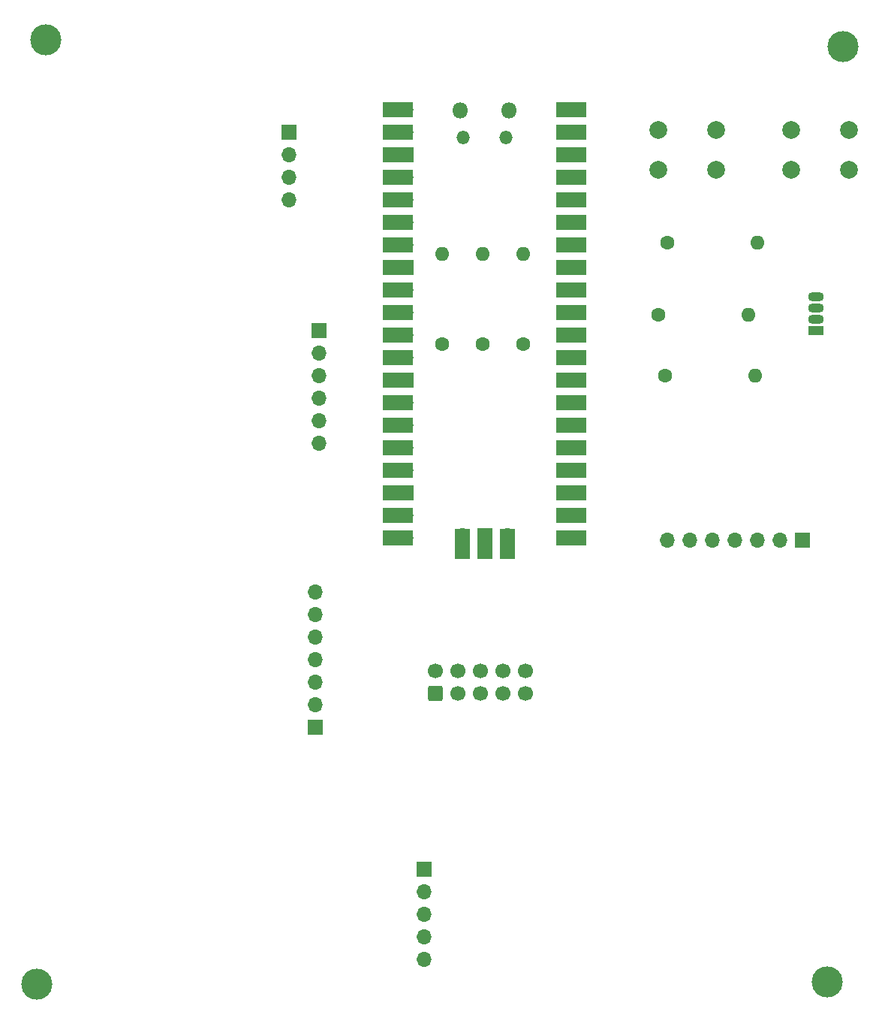
<source format=gbr>
%TF.GenerationSoftware,KiCad,Pcbnew,(6.0.1)*%
%TF.CreationDate,2022-10-25T11:35:38-03:00*%
%TF.ProjectId,Circuito esquem_tico,43697263-7569-4746-9f20-65737175656d,rev?*%
%TF.SameCoordinates,Original*%
%TF.FileFunction,Soldermask,Top*%
%TF.FilePolarity,Negative*%
%FSLAX46Y46*%
G04 Gerber Fmt 4.6, Leading zero omitted, Abs format (unit mm)*
G04 Created by KiCad (PCBNEW (6.0.1)) date 2022-10-25 11:35:38*
%MOMM*%
%LPD*%
G01*
G04 APERTURE LIST*
G04 Aperture macros list*
%AMRoundRect*
0 Rectangle with rounded corners*
0 $1 Rounding radius*
0 $2 $3 $4 $5 $6 $7 $8 $9 X,Y pos of 4 corners*
0 Add a 4 corners polygon primitive as box body*
4,1,4,$2,$3,$4,$5,$6,$7,$8,$9,$2,$3,0*
0 Add four circle primitives for the rounded corners*
1,1,$1+$1,$2,$3*
1,1,$1+$1,$4,$5*
1,1,$1+$1,$6,$7*
1,1,$1+$1,$8,$9*
0 Add four rect primitives between the rounded corners*
20,1,$1+$1,$2,$3,$4,$5,0*
20,1,$1+$1,$4,$5,$6,$7,0*
20,1,$1+$1,$6,$7,$8,$9,0*
20,1,$1+$1,$8,$9,$2,$3,0*%
G04 Aperture macros list end*
%ADD10C,3.500000*%
%ADD11C,1.600000*%
%ADD12O,1.600000X1.600000*%
%ADD13R,1.700000X1.700000*%
%ADD14O,1.700000X1.700000*%
%ADD15RoundRect,0.250000X0.600000X-0.600000X0.600000X0.600000X-0.600000X0.600000X-0.600000X-0.600000X0*%
%ADD16C,1.700000*%
%ADD17C,2.000000*%
%ADD18R,1.800000X1.070000*%
%ADD19O,1.800000X1.070000*%
%ADD20O,1.800000X1.800000*%
%ADD21O,1.500000X1.500000*%
%ADD22R,3.500000X1.700000*%
%ADD23R,1.700000X3.500000*%
G04 APERTURE END LIST*
D10*
%TO.C,REF\u002A\u002A*%
X89662000Y-38608000D03*
%TD*%
%TO.C,REF\u002A\u002A*%
X179578000Y-39370000D03*
%TD*%
%TO.C,REF\u002A\u002A*%
X88646000Y-145034000D03*
%TD*%
D11*
%TO.C,R6*%
X159512000Y-76454000D03*
D12*
X169672000Y-76454000D03*
%TD*%
D13*
%TO.C,J3*%
X117119000Y-49032000D03*
D14*
X117119000Y-51572000D03*
X117119000Y-54112000D03*
X117119000Y-56652000D03*
%TD*%
D11*
%TO.C,R5*%
X159766000Y-61468000D03*
D12*
X169926000Y-61468000D03*
%TD*%
D13*
%TO.C,J4*%
X120478000Y-71399000D03*
D14*
X120478000Y-73939000D03*
X120478000Y-76479000D03*
X120478000Y-79019000D03*
X120478000Y-81559000D03*
X120478000Y-84099000D03*
%TD*%
D15*
%TO.C,J6*%
X133604000Y-112258500D03*
D16*
X133604000Y-109718500D03*
X136144000Y-112258500D03*
X136144000Y-109718500D03*
X138684000Y-112258500D03*
X138684000Y-109718500D03*
X141224000Y-112258500D03*
X141224000Y-109718500D03*
X143764000Y-112258500D03*
X143764000Y-109718500D03*
%TD*%
D11*
%TO.C,R4*%
X158750000Y-69596000D03*
D12*
X168910000Y-69596000D03*
%TD*%
D13*
%TO.C,J1*%
X120117000Y-116078000D03*
D14*
X120117000Y-113538000D03*
X120117000Y-110998000D03*
X120117000Y-108458000D03*
X120117000Y-105918000D03*
X120117000Y-103378000D03*
X120117000Y-100838000D03*
%TD*%
D17*
%TO.C,SW2*%
X165302000Y-48804000D03*
X158802000Y-48804000D03*
X158802000Y-53304000D03*
X165302000Y-53304000D03*
%TD*%
D13*
%TO.C,J2*%
X132359000Y-132110000D03*
D14*
X132359000Y-134650000D03*
X132359000Y-137190000D03*
X132359000Y-139730000D03*
X132359000Y-142270000D03*
%TD*%
D18*
%TO.C,D1*%
X176530000Y-71374000D03*
D19*
X176530000Y-70104000D03*
X176530000Y-68834000D03*
X176530000Y-67564000D03*
%TD*%
D11*
%TO.C,R1*%
X143510000Y-72898000D03*
D12*
X143510000Y-62738000D03*
%TD*%
D11*
%TO.C,R2*%
X138938000Y-72898000D03*
D12*
X138938000Y-62738000D03*
%TD*%
D20*
%TO.C,U1*%
X136467000Y-46612000D03*
D21*
X141617000Y-49642000D03*
X136767000Y-49642000D03*
D20*
X141917000Y-46612000D03*
D22*
X129402000Y-46482000D03*
D14*
X130302000Y-46482000D03*
D22*
X129402000Y-49022000D03*
D14*
X130302000Y-49022000D03*
D13*
X130302000Y-51562000D03*
D22*
X129402000Y-51562000D03*
X129402000Y-54102000D03*
D14*
X130302000Y-54102000D03*
D22*
X129402000Y-56642000D03*
D14*
X130302000Y-56642000D03*
D22*
X129402000Y-59182000D03*
D14*
X130302000Y-59182000D03*
D22*
X129402000Y-61722000D03*
D14*
X130302000Y-61722000D03*
D13*
X130302000Y-64262000D03*
D22*
X129402000Y-64262000D03*
D14*
X130302000Y-66802000D03*
D22*
X129402000Y-66802000D03*
D14*
X130302000Y-69342000D03*
D22*
X129402000Y-69342000D03*
X129402000Y-71882000D03*
D14*
X130302000Y-71882000D03*
D22*
X129402000Y-74422000D03*
D14*
X130302000Y-74422000D03*
D13*
X130302000Y-76962000D03*
D22*
X129402000Y-76962000D03*
D14*
X130302000Y-79502000D03*
D22*
X129402000Y-79502000D03*
X129402000Y-82042000D03*
D14*
X130302000Y-82042000D03*
X130302000Y-84582000D03*
D22*
X129402000Y-84582000D03*
D14*
X130302000Y-87122000D03*
D22*
X129402000Y-87122000D03*
X129402000Y-89662000D03*
D13*
X130302000Y-89662000D03*
D22*
X129402000Y-92202000D03*
D14*
X130302000Y-92202000D03*
X130302000Y-94742000D03*
D22*
X129402000Y-94742000D03*
D14*
X148082000Y-94742000D03*
D22*
X148982000Y-94742000D03*
D14*
X148082000Y-92202000D03*
D22*
X148982000Y-92202000D03*
X148982000Y-89662000D03*
D13*
X148082000Y-89662000D03*
D22*
X148982000Y-87122000D03*
D14*
X148082000Y-87122000D03*
D22*
X148982000Y-84582000D03*
D14*
X148082000Y-84582000D03*
X148082000Y-82042000D03*
D22*
X148982000Y-82042000D03*
D14*
X148082000Y-79502000D03*
D22*
X148982000Y-79502000D03*
D13*
X148082000Y-76962000D03*
D22*
X148982000Y-76962000D03*
D14*
X148082000Y-74422000D03*
D22*
X148982000Y-74422000D03*
D14*
X148082000Y-71882000D03*
D22*
X148982000Y-71882000D03*
D14*
X148082000Y-69342000D03*
D22*
X148982000Y-69342000D03*
X148982000Y-66802000D03*
D14*
X148082000Y-66802000D03*
D22*
X148982000Y-64262000D03*
D13*
X148082000Y-64262000D03*
D22*
X148982000Y-61722000D03*
D14*
X148082000Y-61722000D03*
X148082000Y-59182000D03*
D22*
X148982000Y-59182000D03*
X148982000Y-56642000D03*
D14*
X148082000Y-56642000D03*
D22*
X148982000Y-54102000D03*
D14*
X148082000Y-54102000D03*
D22*
X148982000Y-51562000D03*
D13*
X148082000Y-51562000D03*
D22*
X148982000Y-49022000D03*
D14*
X148082000Y-49022000D03*
X148082000Y-46482000D03*
D22*
X148982000Y-46482000D03*
D23*
X136652000Y-95412000D03*
D14*
X136652000Y-94512000D03*
D23*
X139192000Y-95412000D03*
D13*
X139192000Y-94512000D03*
D23*
X141732000Y-95412000D03*
D14*
X141732000Y-94512000D03*
%TD*%
D13*
%TO.C,J5*%
X175006000Y-94996000D03*
D14*
X172466000Y-94996000D03*
X169926000Y-94996000D03*
X167386000Y-94996000D03*
X164846000Y-94996000D03*
X162306000Y-94996000D03*
X159766000Y-94996000D03*
%TD*%
D11*
%TO.C,R3*%
X134366000Y-72898000D03*
D12*
X134366000Y-62738000D03*
%TD*%
D17*
%TO.C,SW1*%
X180288000Y-48804000D03*
X173788000Y-48804000D03*
X180288000Y-53304000D03*
X173788000Y-53304000D03*
%TD*%
D10*
%TO.C,REF\u002A\u002A*%
X177800000Y-144780000D03*
%TD*%
M02*

</source>
